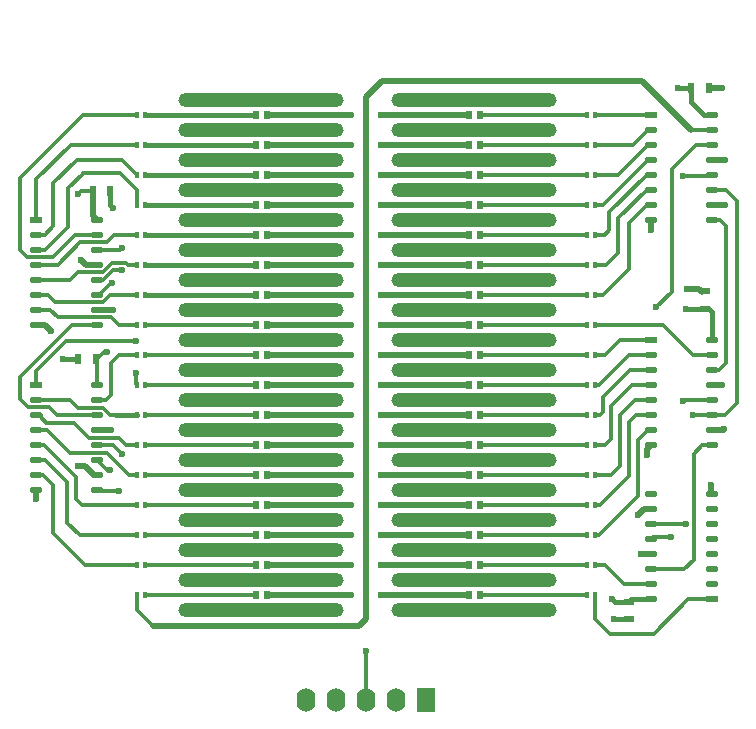
<source format=gtl>
G04*
G04 #@! TF.GenerationSoftware,Altium Limited,Altium Designer,18.1.7 (191)*
G04*
G04 Layer_Physical_Order=1*
G04 Layer_Color=255*
%FSLAX44Y44*%
%MOMM*%
G71*
G01*
G75*
%ADD15R,0.9000X0.6000*%
%ADD16R,0.6000X0.9000*%
%ADD17R,0.6000X0.7000*%
%ADD18R,0.3000X0.5000*%
%ADD19O,1.1000X0.5100*%
%ADD20R,1.1000X0.5100*%
%ADD30C,0.3000*%
%ADD31C,0.5000*%
%ADD32C,0.4000*%
G04:AMPARAMS|DCode=33|XSize=14mm|YSize=1.2mm|CornerRadius=0.6mm|HoleSize=0mm|Usage=FLASHONLY|Rotation=0.000|XOffset=0mm|YOffset=0mm|HoleType=Round|Shape=RoundedRectangle|*
%AMROUNDEDRECTD33*
21,1,14.0000,0.0000,0,0,0.0*
21,1,12.8000,1.2000,0,0,0.0*
1,1,1.2000,6.4000,0.0000*
1,1,1.2000,-6.4000,0.0000*
1,1,1.2000,-6.4000,0.0000*
1,1,1.2000,6.4000,0.0000*
%
%ADD33ROUNDEDRECTD33*%
%ADD34O,1.6000X2.0000*%
%ADD35R,1.6000X2.0000*%
%ADD36C,0.6000*%
D15*
X1238250Y552990D02*
D03*
Y537990D02*
D03*
X1303020Y800830D02*
D03*
Y815830D02*
D03*
D16*
X1290846Y988060D02*
D03*
X1305846D02*
D03*
X787280Y758190D02*
D03*
X772280D02*
D03*
X784218Y900430D02*
D03*
X799218D02*
D03*
D17*
X922350Y965200D02*
D03*
X931850D02*
D03*
X922350Y939800D02*
D03*
X931850D02*
D03*
X922350Y914400D02*
D03*
X931850D02*
D03*
X922350Y889000D02*
D03*
X931850D02*
D03*
X922350Y863600D02*
D03*
X931850D02*
D03*
X922350Y838200D02*
D03*
X931850D02*
D03*
X922350Y812800D02*
D03*
X931850D02*
D03*
X922350Y787400D02*
D03*
X931850D02*
D03*
X922350Y762000D02*
D03*
X931850D02*
D03*
X922350Y736600D02*
D03*
X931850D02*
D03*
X922350Y711200D02*
D03*
X931850D02*
D03*
X922350Y685800D02*
D03*
X931850D02*
D03*
X922350Y660400D02*
D03*
X931850D02*
D03*
X922350Y635000D02*
D03*
X931850D02*
D03*
X922350Y609600D02*
D03*
X931850D02*
D03*
X922350Y584200D02*
D03*
X931850D02*
D03*
X922350Y558800D02*
D03*
X931850D02*
D03*
X1112190Y965200D02*
D03*
X1102690D02*
D03*
X1112190Y939800D02*
D03*
X1102690D02*
D03*
X1112190Y914400D02*
D03*
X1102690D02*
D03*
X1112190Y889000D02*
D03*
X1102690D02*
D03*
X1112190Y863600D02*
D03*
X1102690D02*
D03*
X1112190Y838200D02*
D03*
X1102690D02*
D03*
X1112190Y812800D02*
D03*
X1102690D02*
D03*
X1112190Y787400D02*
D03*
X1102690D02*
D03*
X1112190Y762000D02*
D03*
X1102690D02*
D03*
X1112190Y736600D02*
D03*
X1102690D02*
D03*
X1112190Y711200D02*
D03*
X1102690D02*
D03*
X1112190Y685800D02*
D03*
X1102690D02*
D03*
X1112190Y660400D02*
D03*
X1102690D02*
D03*
X1112190Y635000D02*
D03*
X1102690D02*
D03*
X1112190Y609600D02*
D03*
X1102690D02*
D03*
X1112190Y584200D02*
D03*
X1102690D02*
D03*
X1112190Y558800D02*
D03*
X1102690D02*
D03*
D18*
X822000Y965200D02*
D03*
X829000D02*
D03*
X822000Y939800D02*
D03*
X829000D02*
D03*
X822000Y914400D02*
D03*
X829000D02*
D03*
X822000Y889000D02*
D03*
X829000D02*
D03*
X822000Y863600D02*
D03*
X829000D02*
D03*
X822000Y838200D02*
D03*
X829000D02*
D03*
X822000Y812800D02*
D03*
X829000D02*
D03*
X822000Y787400D02*
D03*
X829000D02*
D03*
X822000Y762000D02*
D03*
X829000D02*
D03*
X822000Y736600D02*
D03*
X829000D02*
D03*
X822000Y711200D02*
D03*
X829000D02*
D03*
X822000Y685800D02*
D03*
X829000D02*
D03*
X822000Y660400D02*
D03*
X829000D02*
D03*
X822000Y635000D02*
D03*
X829000D02*
D03*
X822000Y609600D02*
D03*
X829000D02*
D03*
X822000Y584200D02*
D03*
X829000D02*
D03*
X822000Y558800D02*
D03*
X829000D02*
D03*
X1210000Y965200D02*
D03*
X1203000D02*
D03*
X1210000Y939800D02*
D03*
X1203000D02*
D03*
X1210000Y914400D02*
D03*
X1203000D02*
D03*
X1210000Y889000D02*
D03*
X1203000D02*
D03*
X1210000Y863600D02*
D03*
X1203000D02*
D03*
X1210000Y838200D02*
D03*
X1203000D02*
D03*
X1210000Y812800D02*
D03*
X1203000D02*
D03*
X1210000Y787400D02*
D03*
X1203000D02*
D03*
X1210000Y762000D02*
D03*
X1203000D02*
D03*
X1210000Y736600D02*
D03*
X1203000D02*
D03*
X1210000Y711200D02*
D03*
X1203000D02*
D03*
X1210000Y685800D02*
D03*
X1203000D02*
D03*
X1210000Y660400D02*
D03*
X1203000D02*
D03*
X1210000Y635000D02*
D03*
X1203000D02*
D03*
X1210000Y609600D02*
D03*
X1203000D02*
D03*
X1210000Y584200D02*
D03*
X1203000D02*
D03*
X1210000Y558800D02*
D03*
X1203000D02*
D03*
D19*
X787600Y647700D02*
D03*
Y660400D02*
D03*
Y673100D02*
D03*
Y685800D02*
D03*
Y698500D02*
D03*
Y711200D02*
D03*
Y723900D02*
D03*
Y736600D02*
D03*
X736600Y647700D02*
D03*
Y660400D02*
D03*
Y673100D02*
D03*
Y685800D02*
D03*
Y698500D02*
D03*
Y711200D02*
D03*
Y723900D02*
D03*
X1308300Y876300D02*
D03*
Y889000D02*
D03*
Y901700D02*
D03*
Y914400D02*
D03*
Y927100D02*
D03*
Y939800D02*
D03*
Y952500D02*
D03*
Y965200D02*
D03*
X1257300Y876300D02*
D03*
Y889000D02*
D03*
Y901700D02*
D03*
Y914400D02*
D03*
Y927100D02*
D03*
Y939800D02*
D03*
Y952500D02*
D03*
X1308300Y685800D02*
D03*
Y698500D02*
D03*
Y711200D02*
D03*
Y723900D02*
D03*
Y736600D02*
D03*
Y749300D02*
D03*
Y762000D02*
D03*
Y774700D02*
D03*
X1257300Y685800D02*
D03*
Y698500D02*
D03*
Y711200D02*
D03*
Y723900D02*
D03*
Y736600D02*
D03*
Y749300D02*
D03*
Y762000D02*
D03*
Y643890D02*
D03*
Y631190D02*
D03*
Y618490D02*
D03*
Y605790D02*
D03*
Y593090D02*
D03*
Y580390D02*
D03*
Y567690D02*
D03*
Y554990D02*
D03*
X1308300Y643890D02*
D03*
Y631190D02*
D03*
Y618490D02*
D03*
Y605790D02*
D03*
Y593090D02*
D03*
Y580390D02*
D03*
Y567690D02*
D03*
X787600Y787400D02*
D03*
Y800100D02*
D03*
Y812800D02*
D03*
Y825500D02*
D03*
Y838200D02*
D03*
Y850900D02*
D03*
Y863600D02*
D03*
Y876300D02*
D03*
X736600Y787400D02*
D03*
Y800100D02*
D03*
Y812800D02*
D03*
Y825500D02*
D03*
Y838200D02*
D03*
Y850900D02*
D03*
Y863600D02*
D03*
D20*
Y736600D02*
D03*
X1257300Y965200D02*
D03*
Y774700D02*
D03*
X1308300Y554990D02*
D03*
X736600Y876300D02*
D03*
D30*
X789378Y646938D02*
X806450D01*
X787600Y736600D02*
Y758190D01*
X793950Y764540D02*
X796290D01*
X787600Y758190D02*
X793950Y764540D01*
X787280Y758190D02*
X787600D01*
X1222166Y525780D02*
X1259282D01*
X1210000Y537946D02*
X1222166Y525780D01*
X1288492Y554990D02*
X1308300D01*
X1259282Y525780D02*
X1288492Y554990D01*
X1210000Y537946D02*
Y558800D01*
X772160Y897890D02*
X774700Y900430D01*
X782218D01*
X761954Y773938D02*
X821182D01*
X736600Y748584D02*
X761954Y773938D01*
X736600Y736600D02*
Y748584D01*
X767080Y787400D02*
X787600D01*
X722600Y742920D02*
X767080Y787400D01*
X722600Y724438D02*
Y742920D01*
X809300Y927100D02*
X822000Y914400D01*
X770890Y927100D02*
X809300D01*
X751078Y907288D02*
X770890Y927100D01*
X751078Y870822D02*
Y907288D01*
X743856Y863600D02*
X751078Y870822D01*
X744220Y850900D02*
X763270Y869950D01*
X822000Y889000D02*
Y901390D01*
X807720Y915670D02*
X822000Y901390D01*
X775970Y915670D02*
X807720D01*
X775810Y915510D02*
X775970Y915670D01*
X775760Y915510D02*
X775810D01*
X763270Y903020D02*
X775760Y915510D01*
X763270Y869950D02*
Y903020D01*
X736600Y863600D02*
X743856D01*
X765810Y939800D02*
X822000D01*
X736600Y910590D02*
X765810Y939800D01*
X736600Y876300D02*
Y910590D01*
X775716Y964946D02*
X821746D01*
X722600Y911830D02*
X775716Y964946D01*
X722600Y851154D02*
Y911830D01*
X1257300Y618490D02*
X1286002D01*
X1286256Y618744D01*
X1293114Y588518D02*
Y678434D01*
X1284986Y580390D02*
X1293114Y588518D01*
X1261618Y802340D02*
X1274572Y815294D01*
X770382Y640080D02*
Y658622D01*
X743204Y685800D02*
X770382Y658622D01*
X736600Y685800D02*
X743204D01*
X770382Y640080D02*
X775462Y635000D01*
X793477Y825500D02*
X801605Y833628D01*
X787600Y825500D02*
X793477D01*
X796590Y679150D02*
X815340Y660400D01*
X764840Y679150D02*
X796590D01*
X801370Y685800D02*
X808990Y678180D01*
X787600Y685800D02*
X801370D01*
X740600Y709129D02*
Y711200D01*
X812800Y685800D02*
X822000D01*
X806750Y691850D02*
X812800Y685800D01*
X781350Y691850D02*
X806750D01*
X745490Y698500D02*
X764840Y679150D01*
X796490Y664210D02*
X798830D01*
X762762Y620014D02*
Y654050D01*
X743712Y673100D02*
X762762Y654050D01*
X815340Y660400D02*
X822000D01*
X768604Y704596D02*
X781350Y691850D01*
X764840Y825500D02*
X771490Y832150D01*
X801034Y840128D02*
X812190D01*
X793056Y832150D02*
X801034Y840128D01*
X771490Y832150D02*
X793056D01*
X801605Y833628D02*
X809498D01*
X799846Y822706D02*
X800354D01*
X789940Y812800D02*
X799846Y822706D01*
X814118Y838200D02*
X822000D01*
X812190Y840128D02*
X814118Y838200D01*
X1259078Y607568D02*
X1274064D01*
X1257300Y605790D02*
X1259078Y607568D01*
X1015746Y470154D02*
X1016000Y469900D01*
X1015746Y470154D02*
Y511048D01*
X775462Y635000D02*
X822000D01*
X729234Y717804D02*
X747522D01*
X722600Y724438D02*
X729234Y717804D01*
X820928Y737672D02*
X822000Y736600D01*
X820928Y737672D02*
Y747014D01*
X799592Y727964D02*
Y755396D01*
X795528Y723900D02*
X799592Y727964D01*
X787600Y723900D02*
X795528D01*
X747522Y717804D02*
X754126Y711200D01*
X787600D01*
X736600D02*
X740600D01*
X771986Y717250D02*
X793056D01*
X765336Y723900D02*
X771986Y717250D01*
X793056D02*
X799106Y711200D01*
X745133Y704596D02*
X768604D01*
X740600Y709129D02*
X745133Y704596D01*
X762762Y620014D02*
X773176Y609600D01*
X822000D01*
X751078Y611124D02*
X778002Y584200D01*
X822000D01*
X751078Y611124D02*
Y651510D01*
X742188Y660400D02*
X751078Y651510D01*
X736600Y660400D02*
X742188D01*
X736600Y673100D02*
X743712D01*
X806196Y762000D02*
X822000D01*
X799592Y755396D02*
X806196Y762000D01*
X736600Y723900D02*
X765336D01*
X736600Y800100D02*
X748106D01*
X754606Y793600D02*
X800250D01*
X748106Y800100D02*
X754606Y793600D01*
X736600Y812800D02*
X746506D01*
X752556Y806750D01*
X736600Y825500D02*
X764840D01*
X728904Y844850D02*
X750616D01*
X821746Y964946D02*
X822000Y965200D01*
X722600Y851154D02*
X728904Y844850D01*
X769366Y863600D02*
X787600D01*
X750616Y844850D02*
X769366Y863600D01*
X736600Y850900D02*
X744220D01*
X822000Y545790D02*
X835660Y532130D01*
X822000Y545790D02*
Y558800D01*
X1290828Y952500D02*
X1308300D01*
X1210000Y965200D02*
X1257300D01*
X1274572Y918972D02*
X1295400Y939800D01*
X1274572Y815294D02*
Y918972D01*
X1257300Y580390D02*
X1284986D01*
X1300480Y685800D02*
X1308300D01*
X1293114Y678434D02*
X1300480Y685800D01*
X1329436Y720852D02*
Y892556D01*
X1319784Y711200D02*
X1329436Y720852D01*
X1308300Y711200D02*
X1319784D01*
X1320546Y755396D02*
Y871474D01*
X1315720Y876300D02*
X1320546Y871474D01*
X1308300Y876300D02*
X1315720D01*
X1314450Y749300D02*
X1320546Y755396D01*
X1320292Y901700D02*
X1329436Y892556D01*
X1308300Y901700D02*
X1320292D01*
X752556Y806750D02*
X793056D01*
X787600Y812800D02*
X789940D01*
X799106D02*
X822000D01*
X793056Y806750D02*
X799106Y812800D01*
X1244600Y711200D02*
X1257300D01*
X1238250Y704850D02*
X1244600Y711200D01*
X1238250Y659130D02*
Y704850D01*
X1243330Y723900D02*
X1257300D01*
X1230630Y711200D02*
X1243330Y723900D01*
X1230630Y668020D02*
Y711200D01*
X1240790Y736600D02*
X1257300D01*
X1223010Y718820D02*
X1240790Y736600D01*
X1223010Y690880D02*
Y718820D01*
X1239520Y749300D02*
X1257300D01*
X1216660Y726440D02*
X1239520Y749300D01*
X1216660Y713740D02*
Y726440D01*
X1245870Y642620D02*
Y689610D01*
X1212850Y609600D02*
X1245870Y642620D01*
X1210000Y609600D02*
X1212850D01*
X1214120Y635000D02*
X1238250Y659130D01*
X1223010Y660400D02*
X1230630Y668020D01*
X1217930Y685800D02*
X1223010Y690880D01*
X1210000Y711200D02*
X1214120D01*
X1216660Y713740D01*
X1112190Y736600D02*
X1203000D01*
X1212850D02*
X1238250Y762000D01*
X1210000Y736600D02*
X1212850D01*
X1238250Y762000D02*
X1257300D01*
X1230630Y774700D02*
X1257300D01*
X1217930Y762000D02*
X1230630Y774700D01*
X1210000Y762000D02*
X1217930D01*
X1245870Y689610D02*
X1254760Y698500D01*
X1257300D01*
X1210000Y660400D02*
X1223010D01*
X1210000Y685800D02*
X1217930D01*
X1210000Y635000D02*
X1214120D01*
X1254760Y952500D02*
X1257300D01*
X1242060Y939800D02*
X1254760Y952500D01*
X1210000Y939800D02*
X1242060D01*
X1254760D02*
X1257300D01*
X1229360Y914400D02*
X1254760Y939800D01*
X1210000Y914400D02*
X1229360D01*
X1216660Y812800D02*
X1238250Y834390D01*
X1210000Y812800D02*
X1216660D01*
X1238250Y834390D02*
Y873760D01*
X1253490Y889000D01*
X1229360Y877570D02*
X1253490Y901700D01*
X1229360Y848360D02*
Y877570D01*
X1219200Y838200D02*
X1229360Y848360D01*
X1210000Y838200D02*
X1219200D01*
X1221740Y867410D02*
Y882650D01*
X1217930Y863600D02*
X1221740Y867410D01*
X1210000Y863600D02*
X1217930D01*
X1253490Y914400D02*
X1257300D01*
X1221740Y882650D02*
X1253490Y914400D01*
X1254760Y927100D02*
X1257300D01*
X1216660Y889000D02*
X1254760Y927100D01*
X1210000Y889000D02*
X1216660D01*
X1253490D02*
X1257300D01*
X1253490Y901700D02*
X1257300D01*
X1308300Y749300D02*
X1314450D01*
X829000Y558800D02*
X922350D01*
X829000Y584200D02*
X922350D01*
X1210000Y787400D02*
X1267460D01*
X1112190D02*
X1203000D01*
X1112190Y812800D02*
X1203000D01*
X1295400Y939800D02*
X1308300D01*
X1285240Y723900D02*
X1308300D01*
X1283970Y722630D02*
X1285240Y723900D01*
X1307030Y913130D02*
X1308300Y914400D01*
X1283970Y913130D02*
X1307030D01*
X1292860Y711200D02*
X1308300D01*
X787600Y673100D02*
X796490Y664210D01*
X787600Y850900D02*
X807720D01*
X808990Y852170D01*
X736600Y698500D02*
X745490D01*
X799106Y711200D02*
X803910D01*
X800250Y793600D02*
X806450Y787400D01*
X822000D01*
X736600Y838200D02*
X754552D01*
X773602Y857250D01*
X796290D01*
X802640Y863600D01*
X822000D01*
X1292860Y762000D02*
X1308300D01*
X1267460Y787400D02*
X1292860Y762000D01*
X1234440Y567690D02*
X1257300D01*
X1217930Y584200D02*
X1234440Y567690D01*
X1210000Y584200D02*
X1217930D01*
X1112190Y965200D02*
X1203000D01*
X1112190Y939800D02*
X1203000D01*
X1112190Y914400D02*
X1203000D01*
X1112190Y889000D02*
X1203000D01*
X1112190Y863600D02*
X1203000D01*
X1112190Y838200D02*
X1203000D01*
X1112190Y762000D02*
X1203000D01*
X1112190Y711200D02*
X1203000D01*
X1112190Y685800D02*
X1203000D01*
X1112190Y660400D02*
X1203000D01*
X1112190Y635000D02*
X1203000D01*
X1112190Y609600D02*
X1203000D01*
X1112190Y584200D02*
X1203000D01*
X1112190Y558800D02*
X1203000D01*
X829000Y762000D02*
X922350D01*
X829000Y787400D02*
X922350D01*
X829000Y736600D02*
X922350D01*
X829000Y711200D02*
X922350D01*
X829000Y685800D02*
X922350D01*
X829000Y660400D02*
X922350D01*
X829000Y635000D02*
X922350D01*
X829000Y609600D02*
X922350D01*
D31*
X785160Y660400D02*
X787600D01*
X777540Y668020D02*
X785160Y660400D01*
X772160Y668020D02*
X777540D01*
X784218Y879682D02*
X787600Y876300D01*
X784218Y879682D02*
Y900430D01*
X1305846Y988060D02*
X1317300D01*
X1297944Y817830D02*
X1300480Y815294D01*
X1287780Y817880D02*
X1287830Y817830D01*
X1297944D01*
X1308300Y698500D02*
X1318514D01*
X1319022Y699008D01*
X1253744Y677164D02*
Y682244D01*
X1257300Y685800D01*
X1249680Y993648D02*
X1290828Y952500D01*
X1029208Y993648D02*
X1249680D01*
X1016000Y980440D02*
X1029208Y993648D01*
X1016000Y538480D02*
Y980440D01*
X1009650Y532130D02*
X1016000Y538480D01*
X835660Y532130D02*
X1009650D01*
X1308300Y889000D02*
X1320038D01*
X1250950Y631190D02*
X1257300D01*
X1246378Y626618D02*
X1250950Y631190D01*
X787600Y800100D02*
X801370D01*
X1248156Y593344D02*
X1257046D01*
X1257300Y593090D01*
X1307846Y644344D02*
Y652018D01*
Y644344D02*
X1308300Y643890D01*
Y736600D02*
X1317300D01*
X1256792Y867664D02*
Y875792D01*
X1257300Y876300D01*
X1308554Y927354D02*
X1320038D01*
X1308300Y927100D02*
X1308554Y927354D01*
X931850Y965200D02*
X1003300D01*
X931850Y939800D02*
X1003300D01*
X931850Y914400D02*
X1003300D01*
X931850Y889000D02*
X1003300D01*
X931850Y863600D02*
X1003300D01*
X931850Y838200D02*
X1003300D01*
X931850Y812800D02*
X1003300D01*
X736600Y640080D02*
Y647700D01*
X787600Y698500D02*
X800100D01*
X774700Y842010D02*
X778510Y838200D01*
X787600D01*
X744220Y787400D02*
X749300Y782320D01*
X736600Y787400D02*
X744220D01*
X1028700Y558800D02*
X1102690D01*
X1028700Y584200D02*
X1102690D01*
X1028700Y609600D02*
X1102690D01*
X1028700Y635000D02*
X1102690D01*
X1028700Y660400D02*
X1102690D01*
X1028700Y685800D02*
X1102690D01*
X1028700Y711200D02*
X1102690D01*
X1028700Y736600D02*
X1102690D01*
X1028700Y762000D02*
X1102690D01*
X1028700Y787400D02*
X1102690D01*
X1028700Y812800D02*
X1102690D01*
X1028700Y838200D02*
X1102690D01*
X1028700Y863600D02*
X1102690D01*
X1028700Y889000D02*
X1102690D01*
X1028700Y914400D02*
X1102690D01*
X1028700Y939800D02*
X1102690D01*
X1028700Y965200D02*
X1102690D01*
X931850Y558800D02*
X1003300D01*
X931850Y584200D02*
X1003300D01*
X931850Y609600D02*
X1003300D01*
X931850Y635000D02*
X1003300D01*
X931850Y660400D02*
X1003300D01*
X931850Y685800D02*
X1003300D01*
X931850Y711200D02*
X1003300D01*
X931850Y736600D02*
X1003300D01*
X931850Y762000D02*
X1003300D01*
X931850Y787400D02*
X1003300D01*
D32*
X799218Y888644D02*
X801218Y886644D01*
X799218Y888644D02*
Y900430D01*
X771986Y897890D02*
X772160D01*
X1280160Y988060D02*
X1290846D01*
Y976104D02*
Y988060D01*
Y976104D02*
X1301750Y965200D01*
X1303020Y800830D02*
X1305846D01*
X1286256D02*
X1303020D01*
X1308300Y774700D02*
Y798376D01*
X1305846Y800830D02*
X1308300Y798376D01*
X1225550Y537990D02*
X1238250D01*
Y552990D02*
X1240250Y554990D01*
X1257300D01*
X1224280D02*
X1226280Y552990D01*
X1238250D01*
X1301750Y965200D02*
X1308300D01*
X759460Y758190D02*
X770280D01*
X803910Y711200D02*
X822000D01*
X829000Y812800D02*
X922350D01*
X829000Y838200D02*
X922350D01*
X829000Y863600D02*
X922350D01*
X829000Y889000D02*
X922350D01*
X829000Y914400D02*
X922350D01*
X829000Y939800D02*
X922350D01*
X829000Y965200D02*
X922350D01*
D33*
X1107440Y952500D02*
D03*
Y977900D02*
D03*
Y927100D02*
D03*
Y901700D02*
D03*
Y876300D02*
D03*
Y850900D02*
D03*
Y825500D02*
D03*
Y800100D02*
D03*
Y774700D02*
D03*
Y749300D02*
D03*
Y723900D02*
D03*
Y698500D02*
D03*
Y673100D02*
D03*
Y647700D02*
D03*
Y622300D02*
D03*
Y596900D02*
D03*
X927100D02*
D03*
Y622300D02*
D03*
Y647700D02*
D03*
Y673100D02*
D03*
Y698500D02*
D03*
Y723900D02*
D03*
Y749300D02*
D03*
Y774700D02*
D03*
Y800100D02*
D03*
Y825500D02*
D03*
Y850900D02*
D03*
Y876300D02*
D03*
Y901700D02*
D03*
Y927100D02*
D03*
Y977900D02*
D03*
Y952500D02*
D03*
Y571500D02*
D03*
Y546100D02*
D03*
X1107440D02*
D03*
Y571500D02*
D03*
D34*
X965200Y469900D02*
D03*
X990600D02*
D03*
X1016000D02*
D03*
X1041400D02*
D03*
D35*
X1066800D02*
D03*
D36*
X796290Y764540D02*
D03*
X801218Y886644D02*
D03*
X771986Y897890D02*
D03*
X1280160Y988060D02*
D03*
X1317300D02*
D03*
X1286256Y800830D02*
D03*
X1225550Y537990D02*
D03*
X1287780Y817880D02*
D03*
X1319022Y699008D02*
D03*
X1224280Y554990D02*
D03*
X759460Y758190D02*
D03*
X1286256Y618744D02*
D03*
X1261618Y802340D02*
D03*
X1253744Y677164D02*
D03*
X772160Y668020D02*
D03*
X808990Y678180D02*
D03*
X806450Y646938D02*
D03*
X798830Y664210D02*
D03*
X800354Y822706D02*
D03*
X809498Y833628D02*
D03*
X1274064Y607568D02*
D03*
X1015746Y511048D02*
D03*
X820928Y747014D02*
D03*
X821182Y773938D02*
D03*
X1320038Y889000D02*
D03*
X1248156Y593344D02*
D03*
X1246378Y626618D02*
D03*
X1307846Y652018D02*
D03*
X1317300Y736600D02*
D03*
X1256792Y867664D02*
D03*
X1320038Y927354D02*
D03*
X1283970Y722630D02*
D03*
Y913130D02*
D03*
X1292860Y711200D02*
D03*
X1003300Y965200D02*
D03*
Y939800D02*
D03*
Y914400D02*
D03*
Y889000D02*
D03*
Y863600D02*
D03*
Y838200D02*
D03*
Y812800D02*
D03*
X808990Y852170D02*
D03*
X736600Y640080D02*
D03*
X800100Y698500D02*
D03*
X801370Y800100D02*
D03*
X774700Y842010D02*
D03*
X749300Y782320D02*
D03*
X1028700Y965200D02*
D03*
Y939800D02*
D03*
Y914400D02*
D03*
Y889000D02*
D03*
Y863600D02*
D03*
Y838200D02*
D03*
Y812800D02*
D03*
Y787400D02*
D03*
Y762000D02*
D03*
Y736600D02*
D03*
Y711200D02*
D03*
Y685800D02*
D03*
Y660400D02*
D03*
Y635000D02*
D03*
Y609600D02*
D03*
Y584200D02*
D03*
Y558800D02*
D03*
X1003300D02*
D03*
Y584200D02*
D03*
Y609600D02*
D03*
Y635000D02*
D03*
Y660400D02*
D03*
Y685800D02*
D03*
Y711200D02*
D03*
Y736600D02*
D03*
Y762000D02*
D03*
Y787400D02*
D03*
M02*

</source>
